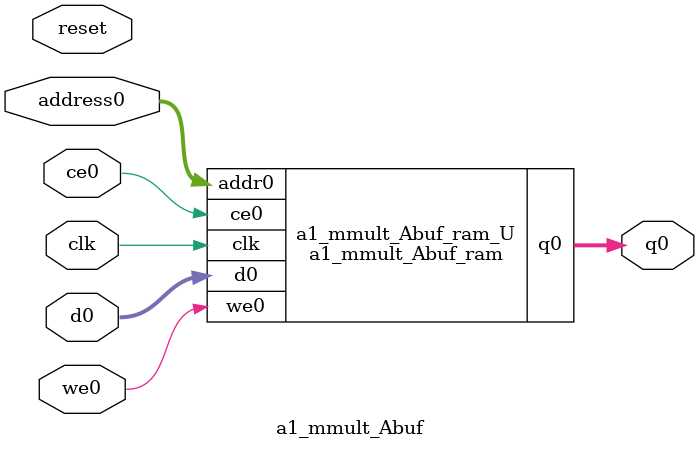
<source format=v>

`timescale 1 ns / 1 ps
module a1_mmult_Abuf_ram (addr0, ce0, d0, we0, q0,  clk);

parameter DWIDTH = 32;
parameter AWIDTH = 10;
parameter MEM_SIZE = 1024;

input[AWIDTH-1:0] addr0;
input ce0;
input[DWIDTH-1:0] d0;
input we0;
output reg[DWIDTH-1:0] q0;
input clk;

(* ram_style = "block" *)reg [DWIDTH-1:0] ram[0:MEM_SIZE-1];




always @(posedge clk)  
begin 
    if (ce0) 
    begin
        if (we0) 
        begin 
            ram[addr0] <= d0; 
            q0 <= d0;
        end 
        else 
            q0 <= ram[addr0];
    end
end


endmodule


`timescale 1 ns / 1 ps
module a1_mmult_Abuf(
    reset,
    clk,
    address0,
    ce0,
    we0,
    d0,
    q0);

parameter DataWidth = 32'd32;
parameter AddressRange = 32'd1024;
parameter AddressWidth = 32'd10;
input reset;
input clk;
input[AddressWidth - 1:0] address0;
input ce0;
input we0;
input[DataWidth - 1:0] d0;
output[DataWidth - 1:0] q0;



a1_mmult_Abuf_ram a1_mmult_Abuf_ram_U(
    .clk( clk ),
    .addr0( address0 ),
    .ce0( ce0 ),
    .we0( we0 ),
    .d0( d0 ),
    .q0( q0 ));

endmodule


</source>
